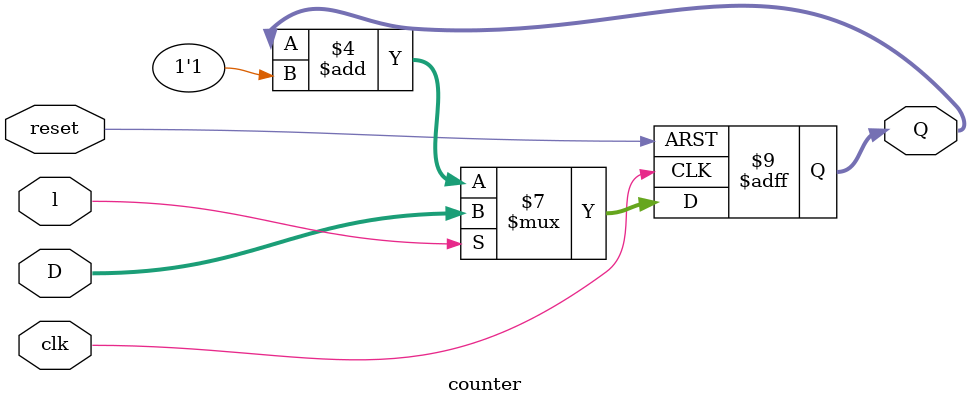
<source format=sv>
module counter #(parameter n = 4)(
  input logic reset,
  input logic [n-1:0] D,
  input logic clk,
  input logic l,
  output logic [n-1:0] Q
    );
  initial
  Q = 4'b1111;

    always @(posedge clk or negedge reset) begin
    if (~reset) 
        Q <= 4'b0; 
    else if (l == 1)
        Q <=  {1'b0 ,D};
    else 
        Q <=  Q + 1'b1;
end
endmodule

</source>
